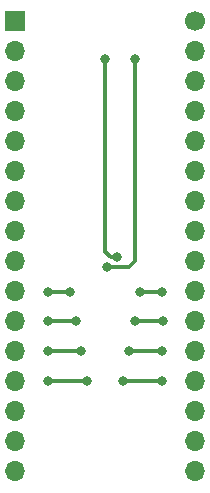
<source format=gbl>
G04 #@! TF.GenerationSoftware,KiCad,Pcbnew,8.0.0*
G04 #@! TF.CreationDate,2024-05-09T12:01:00+02:00*
G04 #@! TF.ProjectId,sst39sf040-m27c4001,73737433-3973-4663-9034-302d6d323763,rev?*
G04 #@! TF.SameCoordinates,Original*
G04 #@! TF.FileFunction,Copper,L2,Bot*
G04 #@! TF.FilePolarity,Positive*
%FSLAX46Y46*%
G04 Gerber Fmt 4.6, Leading zero omitted, Abs format (unit mm)*
G04 Created by KiCad (PCBNEW 8.0.0) date 2024-05-09 12:01:00*
%MOMM*%
%LPD*%
G01*
G04 APERTURE LIST*
G04 #@! TA.AperFunction,ComponentPad*
%ADD10O,1.700000X1.700000*%
G04 #@! TD*
G04 #@! TA.AperFunction,ComponentPad*
%ADD11C,1.700000*%
G04 #@! TD*
G04 #@! TA.AperFunction,ComponentPad*
%ADD12R,1.700000X1.700000*%
G04 #@! TD*
G04 #@! TA.AperFunction,ViaPad*
%ADD13C,0.800000*%
G04 #@! TD*
G04 #@! TA.AperFunction,Conductor*
%ADD14C,0.300000*%
G04 #@! TD*
G04 APERTURE END LIST*
D10*
X140620000Y-98200000D03*
X140620000Y-95660000D03*
X140620000Y-93120000D03*
X140620000Y-90580000D03*
X140620000Y-88040000D03*
X140620000Y-85500000D03*
X140620000Y-82960000D03*
X140620000Y-80420000D03*
X140620000Y-77880000D03*
X140620000Y-75340000D03*
X140620000Y-72800000D03*
X140620000Y-70260000D03*
X140620000Y-67720000D03*
X140620000Y-65180000D03*
X140620000Y-62640000D03*
D11*
X140620000Y-60100000D03*
D10*
X125380000Y-98200000D03*
X125380000Y-95660000D03*
X125380000Y-93120000D03*
X125380000Y-90580000D03*
X125380000Y-88040000D03*
X125380000Y-85500000D03*
X125380000Y-82960000D03*
X125380000Y-80420000D03*
X125380000Y-77880000D03*
X125380000Y-75340000D03*
X125380000Y-72800000D03*
X125380000Y-70260000D03*
X125380000Y-67720000D03*
X125380000Y-65180000D03*
X125380000Y-62640000D03*
D12*
X125380000Y-60100000D03*
D13*
X129999500Y-83000000D03*
X128200000Y-83000000D03*
X130499989Y-85500000D03*
X128200000Y-85500000D03*
X130999509Y-88000000D03*
X128200000Y-88000000D03*
X128200000Y-90600000D03*
X131499989Y-90600000D03*
X133200000Y-80900000D03*
X135500000Y-63300000D03*
X133999500Y-80100000D03*
X133000000Y-63300000D03*
X136000500Y-83000000D03*
X137800000Y-83000000D03*
X135500500Y-85500000D03*
X137900000Y-85500000D03*
X135000000Y-88000000D03*
X137800000Y-88000000D03*
X137800000Y-90600000D03*
X134500500Y-90600000D03*
D14*
X128200000Y-83000000D02*
X129999500Y-83000000D01*
X128200000Y-85500000D02*
X130499989Y-85500000D01*
X128200000Y-88000000D02*
X130999509Y-88000000D01*
X128200000Y-90600000D02*
X131499989Y-90600000D01*
X133200000Y-80900000D02*
X135000000Y-80900000D01*
X135500000Y-80400000D02*
X135500000Y-63300000D01*
X135000000Y-80900000D02*
X135500000Y-80400000D01*
X133999500Y-80100000D02*
X133500000Y-80100000D01*
X133500000Y-80100000D02*
X133000000Y-79600000D01*
X133000000Y-79600000D02*
X133000000Y-63300000D01*
X136000500Y-83000000D02*
X137800000Y-83000000D01*
X137900000Y-85500000D02*
X135500500Y-85500000D01*
X135000000Y-88000000D02*
X137800000Y-88000000D01*
X134500500Y-90600000D02*
X137800000Y-90600000D01*
M02*

</source>
